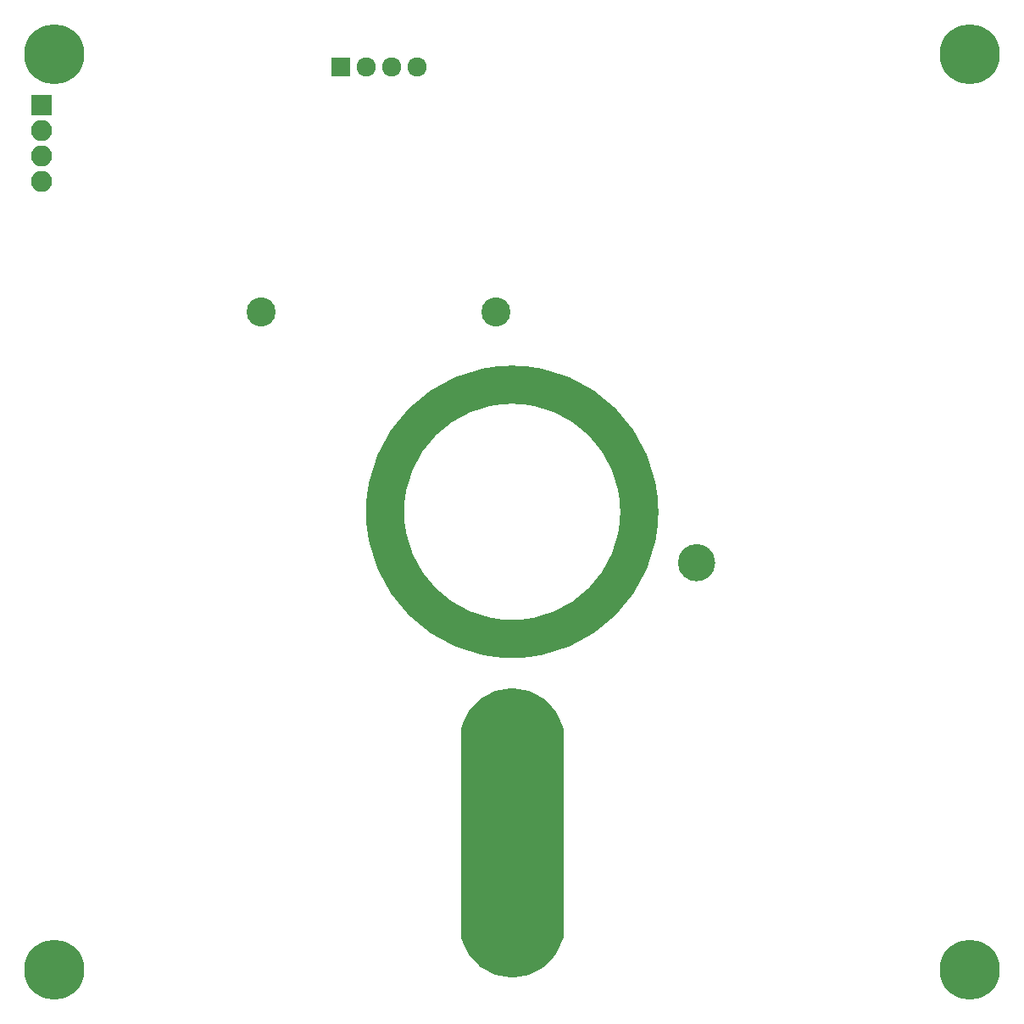
<source format=gts>
G04 #@! TF.GenerationSoftware,KiCad,Pcbnew,(5.1.5)-3*
G04 #@! TF.CreationDate,2020-10-01T20:26:26+02:00*
G04 #@! TF.ProjectId,C64 Pi1541-II Faceplate,43363420-5069-4313-9534-312d49492046,rev?*
G04 #@! TF.SameCoordinates,Original*
G04 #@! TF.FileFunction,Soldermask,Top*
G04 #@! TF.FilePolarity,Negative*
%FSLAX46Y46*%
G04 Gerber Fmt 4.6, Leading zero omitted, Abs format (unit mm)*
G04 Created by KiCad (PCBNEW (5.1.5)-3) date 2020-10-01 20:26:26*
%MOMM*%
%LPD*%
G04 APERTURE LIST*
%ADD10C,1.250000*%
%ADD11C,0.100000*%
%ADD12C,1.150000*%
%ADD13C,3.800000*%
%ADD14C,1.924000*%
%ADD15R,1.924000X1.924000*%
%ADD16C,2.900000*%
%ADD17O,2.100000X2.100000*%
%ADD18R,2.100000X2.100000*%
%ADD19C,6.000000*%
G04 APERTURE END LIST*
D10*
X116840000Y-125730000D02*
G75*
G02X125730000Y-125730000I4445000J-1270000D01*
G01*
X116992773Y-125918109D02*
G75*
G02X125730000Y-126365000I4292227J-1716891D01*
G01*
X116840000Y-125095000D02*
G75*
G02X125730000Y-125095000I4445000J-1270000D01*
G01*
X118110000Y-126365000D02*
G75*
G02X124460000Y-126365000I3175000J-1270000D01*
G01*
X118110000Y-127000000D02*
G75*
G02X124460000Y-127000000I3175000J-1270000D01*
G01*
X124460000Y-144780000D02*
G75*
G02X118110000Y-144780000I-3175000J1270000D01*
G01*
X124460000Y-144145000D02*
G75*
G02X118110000Y-144145000I-3175000J1270000D01*
G01*
D11*
G36*
X140335000Y-109220000D02*
G01*
X139065000Y-109220000D01*
X139065000Y-107950000D01*
X140335000Y-107950000D01*
X140335000Y-109220000D01*
G37*
X140335000Y-109220000D02*
X139065000Y-109220000D01*
X139065000Y-107950000D01*
X140335000Y-107950000D01*
X140335000Y-109220000D01*
D12*
X140335000Y-108585000D02*
G75*
G03X140335000Y-108585000I-635000J0D01*
G01*
X140970000Y-108585000D02*
G75*
G03X140970000Y-108585000I-1270000J0D01*
G01*
D10*
X124460000Y-145415000D02*
G75*
G02X118110000Y-145415000I-3175000J1270000D01*
G01*
X125577227Y-145226891D02*
G75*
G02X116840000Y-144780000I-4292227J1716891D01*
G01*
X125577226Y-145861892D02*
G75*
G02X116840000Y-145415000I-4292226J1716892D01*
G01*
D11*
G36*
X126365000Y-146050000D02*
G01*
X116205000Y-146050000D01*
X116205000Y-125095000D01*
X126365000Y-125095000D01*
X126365000Y-146050000D01*
G37*
X126365000Y-146050000D02*
X116205000Y-146050000D01*
X116205000Y-125095000D01*
X126365000Y-125095000D01*
X126365000Y-146050000D01*
D10*
X125730000Y-146050000D02*
G75*
G02X116840000Y-146050000I-4445000J1270000D01*
G01*
D13*
X133985000Y-103505000D02*
G75*
G03X133985000Y-103505000I-12700000J0D01*
G01*
D14*
X111760000Y-59055000D03*
X109220000Y-59055000D03*
X106680000Y-59055000D03*
D15*
X104140000Y-59055000D03*
D16*
X96200000Y-83555000D03*
X119700000Y-83555000D03*
D17*
X74295000Y-70485000D03*
X74295000Y-67945000D03*
X74295000Y-65405000D03*
D18*
X74295000Y-62865000D03*
D19*
X75565000Y-149225000D03*
X167005000Y-149225000D03*
X167005000Y-57785000D03*
X75565000Y-57785000D03*
M02*

</source>
